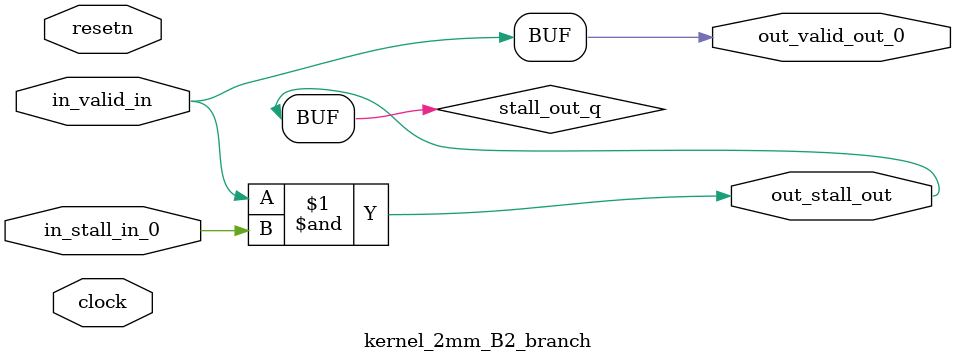
<source format=sv>



(* altera_attribute = "-name AUTO_SHIFT_REGISTER_RECOGNITION OFF; -name MESSAGE_DISABLE 10036; -name MESSAGE_DISABLE 10037; -name MESSAGE_DISABLE 14130; -name MESSAGE_DISABLE 14320; -name MESSAGE_DISABLE 15400; -name MESSAGE_DISABLE 14130; -name MESSAGE_DISABLE 10036; -name MESSAGE_DISABLE 12020; -name MESSAGE_DISABLE 12030; -name MESSAGE_DISABLE 12010; -name MESSAGE_DISABLE 12110; -name MESSAGE_DISABLE 14320; -name MESSAGE_DISABLE 13410; -name MESSAGE_DISABLE 113007; -name MESSAGE_DISABLE 10958" *)
module kernel_2mm_B2_branch (
    input wire [0:0] in_stall_in_0,
    input wire [0:0] in_valid_in,
    output wire [0:0] out_stall_out,
    output wire [0:0] out_valid_out_0,
    input wire clock,
    input wire resetn
    );

    wire [0:0] stall_out_q;


    // stall_out(LOGICAL,6)
    assign stall_out_q = in_valid_in & in_stall_in_0;

    // out_stall_out(GPOUT,4)
    assign out_stall_out = stall_out_q;

    // out_valid_out_0(GPOUT,5)
    assign out_valid_out_0 = in_valid_in;

endmodule

</source>
